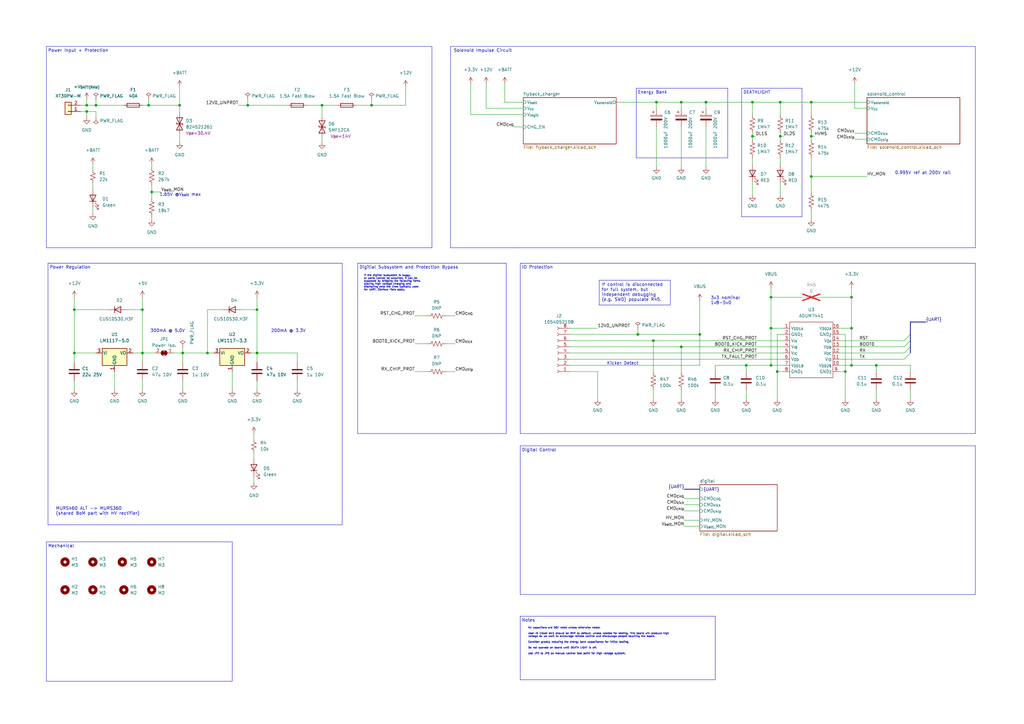
<source format=kicad_sch>
(kicad_sch (version 20230121) (generator eeschema)
  (paper "A3")
  (title_block (title "Kicker Board") (date "2023-02-03") (rev "v1.0.0") (company "A-Team") (comment 1 "Author: W. Stuckey"))
  (lib_symbols
    (symbol "AT-IC:ADUM7441"
      (property "Reference" "U" (at -7.62 -12.7 0))
      (property "Value" "ADUM7441" (at -2.54 12.7 0))
      (symbol "ADUM7441_1_1"
        (pin power_in line (at -11.43 8.89 0) (length 2.54) (name "V_{DD1A}") (number "1"))
        (pin power_in line (at 11.43 -6.35 180) (length 2.54) (name "V_{DD2B}") (number "10"))
        (pin input line (at 11.43 -3.81 180) (length 2.54) (name "V_{ID}") (number "11"))
        (pin output line (at 11.43 -1.27 180) (length 2.54) (name "V_{OC}") (number "12"))
        (pin output line (at 11.43 1.27 180) (length 2.54) (name "V_{OB}") (number "13"))
        (pin output line (at 11.43 3.81 180) (length 2.54) (name "V_{OA}") (number "14"))
        (pin power_in line (at 11.43 6.35 180) (length 2.54) (name "GND_{2}") (number "15"))
        (pin power_in line (at 11.43 8.89 180) (length 2.54) (name "V_{DD2A}") (number "16"))
        (pin power_in line (at -11.43 6.35 0) (length 2.54) (name "GND_{1}") (number "2"))
        (pin input line (at -11.43 3.81 0) (length 2.54) (name "V_{IA}") (number "3"))
        (pin input line (at -11.43 1.27 0) (length 2.54) (name "V_{IB}") (number "4"))
        (pin input line (at -11.43 -1.27 0) (length 2.54) (name "V_{IC}") (number "5"))
        (pin output line (at -11.43 -3.81 0) (length 2.54) (name "V_{OD}") (number "6"))
        (pin power_in line (at -11.43 -6.35 0) (length 2.54) (name "V_{DD1B}") (number "7"))
        (pin power_in line (at -11.43 -8.89 0) (length 2.54) (name "GND_{1}") (number "8"))
        (pin power_in line (at 11.43 -8.89 180) (length 2.54) (name "GND_{2}") (number "9"))
      )
    )
    (symbol "AT-Supplies:+V_{BATT(RAW)}" (power) (pin_names (offset 0)) (in_bom no) (on_board no)
      (property "Value" "+V_{BATT(RAW)}" (at 0 5.08 0))
      (symbol "+V_{BATT(RAW)}_1_1"
        (pin power_in line (at 0 0 90) (length 0) hide (name "+V_{BATT(RAW)}") (number "1"))
      )
    )
    (symbol "Connector:Conn_01x08_Female" (pin_names (offset 1.016) hide)
      (property "Reference" "J" (at 0 10.16 0))
      (property "Value" "Conn_01x08_Female" (at 0 -12.7 0))
      (symbol "Conn_01x08_Female_1_1"
        (pin passive line (at -5.08 7.62 0) (length 3.81) (name "Pin_1") (number "1"))
        (pin passive line (at -5.08 5.08 0) (length 3.81) (name "Pin_2") (number "2"))
        (pin passive line (at -5.08 2.54 0) (length 3.81) (name "Pin_3") (number "3"))
        (pin passive line (at -5.08 0 0) (length 3.81) (name "Pin_4") (number "4"))
        (pin passive line (at -5.08 -2.54 0) (length 3.81) (name "Pin_5") (number "5"))
        (pin passive line (at -5.08 -5.08 0) (length 3.81) (name "Pin_6") (number "6"))
        (pin passive line (at -5.08 -7.62 0) (length 3.81) (name "Pin_7") (number "7"))
        (pin passive line (at -5.08 -10.16 0) (length 3.81) (name "Pin_8") (number "8"))
      )
    )
    (symbol "Connector_Generic:Conn_01x02" (pin_names (offset 1.016) hide)
      (property "Reference" "J" (at 0 2.54 0))
      (property "Value" "Conn_01x02" (at 0 -5.08 0))
      (symbol "Conn_01x02_1_1"
        (pin passive line (at -5.08 0 0) (length 3.81) (name "Pin_1") (number "1"))
        (pin passive line (at -5.08 -2.54 0) (length 3.81) (name "Pin_2") (number "2"))
      )
    )
    (symbol "Device:C" (pin_numbers hide) (pin_names (offset 0.254))
      (property "Reference" "C" (at 0.635 2.54 0))
      (property "Value" "C" (at 0.635 -2.54 0))
      (symbol "C_1_1"
        (pin passive line (at 0 3.81 270) (length 2.794) (name "~") (number "1"))
        (pin passive line (at 0 -3.81 90) (length 2.794) (name "~") (number "2"))
      )
    )
    (symbol "Device:C_Polarized" (pin_numbers hide) (pin_names (offset 0.254))
      (property "Reference" "C" (at 0.635 2.54 0))
      (property "Value" "C_Polarized" (at 0.635 -2.54 0))
      (symbol "C_Polarized_1_1"
        (pin passive line (at 0 3.81 270) (length 2.794) (name "~") (number "1"))
        (pin passive line (at 0 -3.81 90) (length 2.794) (name "~") (number "2"))
      )
    )
    (symbol "Device:D" (pin_numbers hide) (pin_names (offset 1.016) hide)
      (property "Reference" "D" (at 0 2.54 0))
      (property "Value" "D" (at 0 -2.54 0))
      (symbol "D_1_1"
        (pin passive line (at -3.81 0 0) (length 2.54) (name "K") (number "1"))
        (pin passive line (at 3.81 0 180) (length 2.54) (name "A") (number "2"))
      )
    )
    (symbol "Device:D_TVS" (pin_numbers hide) (pin_names (offset 1.016) hide)
      (property "Reference" "D" (at 0 2.54 0))
      (property "Value" "D_TVS" (at 0 -2.54 0))
      (symbol "D_TVS_1_1"
        (pin passive line (at -3.81 0 0) (length 2.54) (name "A1") (number "1"))
        (pin passive line (at 3.81 0 180) (length 2.54) (name "A2") (number "2"))
      )
    )
    (symbol "Device:Fuse" (pin_numbers hide) (pin_names (offset 0))
      (property "Reference" "F" (at 2.032 0 90))
      (property "Value" "Fuse" (at -1.905 0 90))
      (symbol "Fuse_1_1"
        (pin passive line (at 0 3.81 270) (length 1.27) (name "~") (number "1"))
        (pin passive line (at 0 -3.81 90) (length 1.27) (name "~") (number "2"))
      )
    )
    (symbol "Device:LED" (pin_numbers hide) (pin_names (offset 1.016) hide)
      (property "Reference" "D" (at 0 2.54 0))
      (property "Value" "LED" (at 0 -2.54 0))
      (symbol "LED_1_1"
        (pin passive line (at -3.81 0 0) (length 2.54) (name "K") (number "1"))
        (pin passive line (at 3.81 0 180) (length 2.54) (name "A") (number "2"))
      )
    )
    (symbol "Device:R_Small_US" (pin_numbers hide) (pin_names (offset 0.254) hide)
      (property "Reference" "R" (at 0.762 0.508 0))
      (property "Value" "R_Small_US" (at 0.762 -1.016 0))
      (symbol "R_Small_US_1_1"
        (pin passive line (at 0 2.54 270) (length 1.016) (name "~") (number "1"))
        (pin passive line (at 0 -2.54 90) (length 1.016) (name "~") (number "2"))
      )
    )
    (symbol "Device:R_US" (pin_numbers hide) (pin_names (offset 0))
      (property "Reference" "R" (at 2.54 0 90))
      (property "Value" "R_US" (at -2.54 0 90))
      (symbol "R_US_1_1"
        (pin passive line (at 0 3.81 270) (length 1.27) (name "~") (number "1"))
        (pin passive line (at 0 -3.81 90) (length 1.27) (name "~") (number "2"))
      )
    )
    (symbol "Jumper:SolderJumper_2_Bridged" (pin_names (offset 0) hide)
      (property "Reference" "JP" (at 0 2.032 0))
      (property "Value" "SolderJumper_2_Bridged" (at 0 -2.54 0))
      (symbol "SolderJumper_2_Bridged_1_1"
        (pin passive line (at -3.81 0 0) (length 2.54) (name "A") (number "1"))
        (pin passive line (at 3.81 0 180) (length 2.54) (name "B") (number "2"))
      )
    )
    (symbol "Mechanical:MountingHole" (pin_names (offset 1.016))
      (property "Reference" "H" (at 0 5.08 0))
      (property "Value" "MountingHole" (at 0 3.175 0))
    )
    (symbol "Regulator_Linear:LM1117-3.3" (pin_names (offset 0.254))
      (property "Reference" "U" (at -3.81 3.175 0))
      (property "Value" "LM1117-3.3" (at 0 3.175 0))
      (symbol "LM1117-3.3_1_1"
        (pin power_in line (at 0 -7.62 90) (length 2.54) (name "GND") (number "1"))
        (pin power_out line (at 7.62 0 180) (length 2.54) (name "VO") (number "2"))
        (pin power_in line (at -7.62 0 0) (length 2.54) (name "VI") (number "3"))
      )
    )
    (symbol "Regulator_Linear:LM1117-5.0" (pin_names (offset 0.254))
      (property "Reference" "U" (at -3.81 3.175 0))
      (property "Value" "LM1117-5.0" (at 0 3.175 0))
      (symbol "LM1117-5.0_1_1"
        (pin power_in line (at 0 -7.62 90) (length 2.54) (name "GND") (number "1"))
        (pin power_out line (at 7.62 0 180) (length 2.54) (name "VO") (number "2"))
        (pin power_in line (at -7.62 0 0) (length 2.54) (name "VI") (number "3"))
      )
    )
    (symbol "power:+12V" (power) (pin_names (offset 0))
      (property "Value" "+12V" (at 0 3.556 0))
      (symbol "+12V_1_1"
        (pin power_in line (at 0 0 90) (length 0) hide (name "+12V") (number "1"))
      )
    )
    (symbol "power:+3.3V" (power) (pin_names (offset 0))
      (property "Value" "+3.3V" (at 0 3.556 0))
      (symbol "+3.3V_1_1"
        (pin power_in line (at 0 0 90) (length 0) hide (name "+3.3V") (number "1"))
      )
    )
    (symbol "power:+5V" (power) (pin_names (offset 0))
      (property "Value" "+5V" (at 0 3.556 0))
      (symbol "+5V_1_1"
        (pin power_in line (at 0 0 90) (length 0) hide (name "+5V") (number "1"))
      )
    )
    (symbol "power:+BATT" (power) (pin_names (offset 0))
      (property "Value" "+BATT" (at 0 3.556 0))
      (symbol "+BATT_1_1"
        (pin power_in line (at 0 0 90) (length 0) hide (name "+BATT") (number "1"))
      )
    )
    (symbol "power:GND" (power) (pin_names (offset 0))
      (property "Value" "GND" (at 0 -3.81 0))
      (symbol "GND_1_1"
        (pin power_in line (at 0 0 270) (length 0) hide (name "GND") (number "1"))
      )
    )
    (symbol "power:PWR_FLAG" (power) (pin_numbers hide) (pin_names (offset 0) hide)
      (property "Value" "PWR_FLAG" (at 0 3.81 0))
      (symbol "PWR_FLAG_0_0"
        (pin power_out line (at 0 0 90) (length 0) (name "pwr") (number "1"))
      )
    )
    (symbol "power:VBUS" (power) (pin_names (offset 0))
      (property "Value" "VBUS" (at 0 3.81 0))
      (symbol "VBUS_1_1"
        (pin power_in line (at 0 0 90) (length 0) hide (name "VBUS") (number "1"))
      )
    )
  )
  (bus_alias "UART" (members "RX" "TX" "RST" "BOOT0"))
  (junction (at 349.25 121.92))
  (junction (at 267.97 139.7))
  (junction (at 85.09 144.78))
  (junction (at 279.4 142.24))
  (junction (at 62.23 78.74))
  (junction (at 279.4 41.91))
  (junction (at 316.23 134.62))
  (junction (at 58.42 127))
  (junction (at 60.96 43.18))
  (junction (at 359.41 149.86))
  (junction (at 39.37 43.18))
  (junction (at 269.24 41.91))
  (junction (at 73.66 43.18))
  (junction (at 261.62 137.16))
  (junction (at 320.04 55.88))
  (junction (at 58.42 144.78))
  (junction (at 349.25 134.62))
  (junction (at 105.41 127))
  (junction (at 346.71 152.4))
  (junction (at 30.48 127))
  (junction (at 105.41 144.78))
  (junction (at 132.08 43.18))
  (junction (at 308.61 41.91))
  (junction (at 287.02 137.16))
  (junction (at 332.74 41.91))
  (junction (at 308.61 55.88))
  (junction (at 35.56 45.72))
  (junction (at 320.04 41.91))
  (junction (at 30.48 144.78))
  (junction (at 289.56 41.91))
  (junction (at 306.07 149.86))
  (junction (at 318.77 152.4))
  (junction (at 332.74 55.88))
  (junction (at 316.23 121.92))
  (junction (at 316.23 149.86))
  (junction (at 35.56 43.18))
  (junction (at 74.93 144.78))
  (junction (at 332.74 72.39))
  (junction (at 152.4 43.18))
  (junction (at 349.25 149.86))
  (junction (at 101.6 43.18))
  (bus_entry (at 370.84 139.7) (size 2.54 -2.54))
  (bus_entry (at 370.84 142.24) (size 2.54 -2.54))
  (bus_entry (at 370.84 147.32) (size 2.54 -2.54))
  (bus_entry (at 370.84 144.78) (size 2.54 -2.54))
  (bus (pts (xy 280.67 200.66) (xy 287.02 200.66)))
  (wire (pts (xy 289.56 41.91) (xy 308.61 41.91)))
  (wire (pts (xy 350.52 57.15) (xy 355.6 57.15)))
  (wire (pts (xy 306.07 149.86) (xy 306.07 152.4)))
  (wire (pts (xy 30.48 144.78) (xy 30.48 148.59)))
  (wire (pts (xy 332.74 41.91) (xy 355.6 41.91)))
  (wire (pts (xy 279.4 160.02) (xy 279.4 163.83)))
  (wire (pts (xy 279.4 41.91) (xy 289.56 41.91)))
  (wire (pts (xy 245.11 152.4) (xy 245.11 163.83)))
  (polyline (pts (xy 146.685 107.95) (xy 207.645 107.95)))
  (wire (pts (xy 85.09 144.78) (xy 87.63 144.78)))
  (wire (pts (xy 121.92 144.78) (xy 121.92 148.59)))
  (wire (pts (xy 73.66 35.56) (xy 73.66 43.18)))
  (wire (pts (xy 306.07 149.86) (xy 293.37 149.86)))
  (wire (pts (xy 308.61 41.91) (xy 320.04 41.91)))
  (polyline (pts (xy 146.685 107.95) (xy 146.685 177.8)))
  (wire (pts (xy 182.88 129.54) (xy 186.69 129.54)))
  (wire (pts (xy 102.87 144.78) (xy 105.41 144.78)))
  (wire (pts (xy 287.02 149.86) (xy 287.02 137.16)))
  (wire (pts (xy 320.04 54.61) (xy 320.04 55.88)))
  (wire (pts (xy 279.4 41.91) (xy 279.4 44.45)))
  (polyline (pts (xy 298.45 64.77) (xy 298.45 36.195)))
  (wire (pts (xy 132.08 43.18) (xy 132.08 48.26)))
  (wire (pts (xy 293.37 149.86) (xy 293.37 152.4)))
  (bus (pts (xy 373.38 137.16) (xy 373.38 139.7)))
  (polyline (pts (xy 19.685 107.95) (xy 19.685 215.265)))
  (wire (pts (xy 30.48 127) (xy 30.48 144.78)))
  (wire (pts (xy 104.14 177.8) (xy 104.14 180.34)))
  (wire (pts (xy 252.73 41.91) (xy 269.24 41.91)))
  (wire (pts (xy 105.41 144.78) (xy 121.92 144.78)))
  (wire (pts (xy 316.23 118.11) (xy 316.23 121.92)))
  (wire (pts (xy 233.68 144.78) (xy 321.31 144.78)))
  (wire (pts (xy 104.14 185.42) (xy 104.14 187.96)))
  (polyline (pts (xy 95.25 279.4) (xy 19.05 279.4)))
  (wire (pts (xy 320.04 55.88) (xy 321.31 55.88)))
  (wire (pts (xy 359.41 149.86) (xy 373.38 149.86)))
  (wire (pts (xy 58.42 127) (xy 58.42 144.78)))
  (wire (pts (xy 316.23 121.92) (xy 316.23 134.62)))
  (polyline (pts (xy 213.36 252.73) (xy 293.37 252.73)))
  (wire (pts (xy 346.71 152.4) (xy 346.71 163.83)))
  (wire (pts (xy 316.23 149.86) (xy 321.31 149.86)))
  (wire (pts (xy 95.25 152.4) (xy 95.25 160.02)))
  (wire (pts (xy 233.68 139.7) (xy 267.97 139.7)))
  (wire (pts (xy 349.25 118.11) (xy 349.25 121.92)))
  (wire (pts (xy 344.17 147.32) (xy 370.84 147.32)))
  (wire (pts (xy 30.48 121.92) (xy 30.48 127)))
  (wire (pts (xy 35.56 43.18) (xy 39.37 43.18)))
  (wire (pts (xy 121.92 156.21) (xy 121.92 160.02)))
  (wire (pts (xy 318.77 137.16) (xy 318.77 152.4)))
  (wire (pts (xy 73.66 43.18) (xy 73.66 46.99)))
  (polyline (pts (xy 19.05 19.05) (xy 19.05 101.6)))
  (wire (pts (xy 85.09 127) (xy 85.09 144.78)))
  (wire (pts (xy 280.67 215.9) (xy 287.02 215.9)))
  (wire (pts (xy 58.42 144.78) (xy 63.5 144.78)))
  (wire (pts (xy 74.93 144.78) (xy 74.93 148.59)))
  (wire (pts (xy 316.23 134.62) (xy 316.23 149.86)))
  (wire (pts (xy 267.97 139.7) (xy 321.31 139.7)))
  (wire (pts (xy 193.04 46.99) (xy 214.63 46.99)))
  (polyline (pts (xy 293.37 278.765) (xy 213.36 278.765)))
  (polyline (pts (xy 328.93 88.9) (xy 304.165 88.9)))
  (wire (pts (xy 105.41 144.78) (xy 105.41 148.59)))
  (wire (pts (xy 321.31 137.16) (xy 318.77 137.16)))
  (polyline (pts (xy 400.05 19.05) (xy 400.05 101.6)))
  (wire (pts (xy 320.04 74.93) (xy 320.04 80.01)))
  (wire (pts (xy 50.8 43.18) (xy 39.37 43.18)))
  (wire (pts (xy 105.41 121.92) (xy 105.41 127)))
  (polyline (pts (xy 400.05 101.6) (xy 213.36 101.6)))
  (wire (pts (xy 170.18 152.4) (xy 175.26 152.4)))
  (wire (pts (xy 279.4 142.24) (xy 279.4 152.4)))
  (wire (pts (xy 62.23 88.9) (xy 62.23 90.17)))
  (wire (pts (xy 58.42 144.78) (xy 58.42 148.59)))
  (wire (pts (xy 308.61 54.61) (xy 308.61 55.88)))
  (polyline (pts (xy 207.645 177.8) (xy 146.685 177.8)))
  (wire (pts (xy 74.93 142.24) (xy 74.93 144.78)))
  (wire (pts (xy 349.25 149.86) (xy 344.17 149.86)))
  (wire (pts (xy 349.25 121.92) (xy 349.25 134.62)))
  (wire (pts (xy 33.02 45.72) (xy 35.56 45.72)))
  (polyline (pts (xy 400.05 107.95) (xy 400.05 177.8)))
  (polyline (pts (xy 400.05 243.84) (xy 213.36 243.84)))
  (bus (pts (xy 379.73 132.08) (xy 373.38 132.08)))
  (wire (pts (xy 58.42 43.18) (xy 60.96 43.18)))
  (wire (pts (xy 52.07 127) (xy 58.42 127)))
  (wire (pts (xy 289.56 41.91) (xy 289.56 44.45)))
  (wire (pts (xy 267.97 139.7) (xy 267.97 152.4)))
  (bus (pts (xy 373.38 142.24) (xy 373.38 144.78)))
  (polyline (pts (xy 95.25 222.25) (xy 95.25 279.4)))
  (wire (pts (xy 210.82 52.07) (xy 214.63 52.07)))
  (wire (pts (xy 349.25 134.62) (xy 349.25 149.86)))
  (wire (pts (xy 99.06 127) (xy 105.41 127)))
  (wire (pts (xy 166.37 43.18) (xy 166.37 35.56)))
  (wire (pts (xy 39.37 40.64) (xy 39.37 43.18)))
  (wire (pts (xy 38.1 67.31) (xy 38.1 69.85)))
  (wire (pts (xy 74.93 144.78) (xy 85.09 144.78)))
  (wire (pts (xy 320.04 41.91) (xy 332.74 41.91)))
  (wire (pts (xy 332.74 72.39) (xy 332.74 78.74)))
  (wire (pts (xy 207.01 41.91) (xy 214.63 41.91)))
  (wire (pts (xy 293.37 160.02) (xy 293.37 163.83)))
  (wire (pts (xy 306.07 160.02) (xy 306.07 163.83)))
  (wire (pts (xy 152.4 43.18) (xy 166.37 43.18)))
  (wire (pts (xy 62.23 68.58) (xy 62.23 67.31)))
  (polyline (pts (xy 213.36 107.95) (xy 400.05 107.95)))
  (wire (pts (xy 261.62 137.16) (xy 287.02 137.16)))
  (wire (pts (xy 62.23 78.74) (xy 66.04 78.74)))
  (wire (pts (xy 233.68 149.86) (xy 287.02 149.86)))
  (polyline (pts (xy 293.37 252.73) (xy 293.37 278.765)))
  (polyline (pts (xy 177.165 19.05) (xy 19.05 19.05)))
  (polyline (pts (xy 400.05 177.8) (xy 213.36 177.8)))
  (wire (pts (xy 60.96 40.64) (xy 60.96 43.18)))
  (bus (pts (xy 373.38 132.08) (xy 373.38 137.16)))
  (wire (pts (xy 105.41 127) (xy 105.41 144.78)))
  (wire (pts (xy 30.48 156.21) (xy 30.48 160.02)))
  (wire (pts (xy 279.4 52.07) (xy 279.4 68.58)))
  (polyline (pts (xy 304.165 36.195) (xy 328.93 36.195)))
  (wire (pts (xy 373.38 149.86) (xy 373.38 152.4)))
  (wire (pts (xy 132.08 43.18) (xy 138.43 43.18)))
  (wire (pts (xy 71.12 144.78) (xy 74.93 144.78)))
  (wire (pts (xy 146.05 43.18) (xy 152.4 43.18)))
  (wire (pts (xy 332.74 72.39) (xy 355.6 72.39)))
  (polyline (pts (xy 212.725 101.6) (xy 184.785 101.6)))
  (wire (pts (xy 321.31 152.4) (xy 318.77 152.4)))
  (polyline (pts (xy 19.685 107.95) (xy 140.335 107.95)))
  (wire (pts (xy 332.74 64.77) (xy 332.74 72.39)))
  (wire (pts (xy 62.23 78.74) (xy 62.23 81.28)))
  (wire (pts (xy 359.41 149.86) (xy 359.41 152.4)))
  (wire (pts (xy 332.74 55.88) (xy 334.01 55.88)))
  (wire (pts (xy 170.18 140.97) (xy 175.26 140.97)))
  (wire (pts (xy 91.44 127) (xy 85.09 127)))
  (wire (pts (xy 182.88 140.97) (xy 186.69 140.97)))
  (wire (pts (xy 289.56 52.07) (xy 289.56 68.58)))
  (polyline (pts (xy 260.985 64.77) (xy 298.45 64.77)))
  (polyline (pts (xy 19.05 222.25) (xy 19.05 279.4)))
  (polyline (pts (xy 140.335 215.265) (xy 19.685 215.265)))
  (wire (pts (xy 308.61 64.77) (xy 308.61 67.31)))
  (polyline (pts (xy 213.36 101.6) (xy 212.725 101.6)))
  (wire (pts (xy 359.41 149.86) (xy 349.25 149.86)))
  (bus (pts (xy 373.38 139.7) (xy 373.38 142.24)))
  (wire (pts (xy 125.73 43.18) (xy 132.08 43.18)))
  (wire (pts (xy 373.38 160.02) (xy 373.38 163.83)))
  (wire (pts (xy 46.99 152.4) (xy 46.99 160.02)))
  (wire (pts (xy 280.67 209.55) (xy 287.02 209.55)))
  (polyline (pts (xy 19.05 222.25) (xy 95.25 222.25)))
  (wire (pts (xy 101.6 40.64) (xy 101.6 43.18)))
  (wire (pts (xy 182.88 152.4) (xy 186.69 152.4)))
  (wire (pts (xy 280.67 213.36) (xy 287.02 213.36)))
  (wire (pts (xy 308.61 55.88) (xy 308.61 57.15)))
  (polyline (pts (xy 184.785 19.05) (xy 400.05 19.05)))
  (wire (pts (xy 316.23 134.62) (xy 321.31 134.62)))
  (wire (pts (xy 74.93 156.21) (xy 74.93 160.02)))
  (wire (pts (xy 73.66 54.61) (xy 73.66 58.42)))
  (polyline (pts (xy 304.165 36.195) (xy 304.165 88.9)))
  (polyline (pts (xy 213.36 182.88) (xy 400.05 182.88)))
  (wire (pts (xy 30.48 144.78) (xy 39.37 144.78)))
  (wire (pts (xy 199.39 44.45) (xy 214.63 44.45)))
  (polyline (pts (xy 213.36 252.73) (xy 213.36 278.765)))
  (wire (pts (xy 233.68 137.16) (xy 261.62 137.16)))
  (wire (pts (xy 104.14 195.58) (xy 104.14 198.12)))
  (wire (pts (xy 332.74 86.36) (xy 332.74 90.17)))
  (wire (pts (xy 350.52 34.29) (xy 350.52 44.45)))
  (wire (pts (xy 233.68 147.32) (xy 321.31 147.32)))
  (wire (pts (xy 269.24 41.91) (xy 269.24 44.45)))
  (wire (pts (xy 152.4 40.64) (xy 152.4 43.18)))
  (wire (pts (xy 344.17 144.78) (xy 370.84 144.78)))
  (wire (pts (xy 287.02 137.16) (xy 287.02 123.19)))
  (wire (pts (xy 269.24 52.07) (xy 269.24 68.58)))
  (wire (pts (xy 318.77 152.4) (xy 318.77 163.83)))
  (wire (pts (xy 35.56 45.72) (xy 35.56 48.26)))
  (polyline (pts (xy 260.985 36.195) (xy 260.985 64.77)))
  (wire (pts (xy 38.1 85.09) (xy 38.1 87.63)))
  (polyline (pts (xy 400.05 182.88) (xy 400.05 243.84)))
  (wire (pts (xy 193.04 34.29) (xy 193.04 46.99)))
  (wire (pts (xy 58.42 121.92) (xy 58.42 127)))
  (wire (pts (xy 344.17 139.7) (xy 370.84 139.7)))
  (wire (pts (xy 207.01 34.29) (xy 207.01 41.91)))
  (wire (pts (xy 308.61 55.88) (xy 309.88 55.88)))
  (wire (pts (xy 308.61 46.99) (xy 308.61 41.91)))
  (wire (pts (xy 54.61 144.78) (xy 58.42 144.78)))
  (wire (pts (xy 35.56 45.72) (xy 39.37 45.72)))
  (wire (pts (xy 332.74 55.88) (xy 332.74 57.15)))
  (wire (pts (xy 60.96 43.18) (xy 73.66 43.18)))
  (wire (pts (xy 344.17 137.16) (xy 346.71 137.16)))
  (polyline (pts (xy 140.335 107.95) (xy 140.335 215.265)))
  (wire (pts (xy 267.97 160.02) (xy 267.97 163.83)))
  (polyline (pts (xy 328.93 36.195) (xy 328.93 88.9)))
  (wire (pts (xy 350.52 44.45) (xy 355.6 44.45)))
  (polyline (pts (xy 184.785 101.6) (xy 184.785 19.05)))
  (wire (pts (xy 105.41 156.21) (xy 105.41 160.02)))
  (wire (pts (xy 97.79 43.18) (xy 101.6 43.18)))
  (polyline (pts (xy 260.985 36.195) (xy 298.45 36.195)))
  (wire (pts (xy 280.67 207.01) (xy 287.02 207.01)))
  (wire (pts (xy 306.07 149.86) (xy 316.23 149.86)))
  (wire (pts (xy 269.24 41.91) (xy 279.4 41.91)))
  (polyline (pts (xy 213.36 182.88) (xy 213.36 243.84)))
  (wire (pts (xy 350.52 54.61) (xy 355.6 54.61)))
  (wire (pts (xy 336.55 121.92) (xy 349.25 121.92)))
  (wire (pts (xy 344.17 142.24) (xy 370.84 142.24)))
  (wire (pts (xy 346.71 137.16) (xy 346.71 152.4)))
  (wire (pts (xy 349.25 134.62) (xy 344.17 134.62)))
  (wire (pts (xy 328.93 121.92) (xy 316.23 121.92)))
  (wire (pts (xy 58.42 156.21) (xy 58.42 160.02)))
  (wire (pts (xy 38.1 74.93) (xy 38.1 77.47)))
  (wire (pts (xy 280.67 204.47) (xy 287.02 204.47)))
  (wire (pts (xy 279.4 142.24) (xy 321.31 142.24)))
  (wire (pts (xy 233.68 142.24) (xy 279.4 142.24)))
  (wire (pts (xy 320.04 46.99) (xy 320.04 41.91)))
  (wire (pts (xy 320.04 55.88) (xy 320.04 57.15)))
  (polyline (pts (xy 207.645 107.95) (xy 207.645 177.8)))
  (wire (pts (xy 132.08 55.88) (xy 132.08 58.42)))
  (wire (pts (xy 332.74 46.99) (xy 332.74 41.91)))
  (wire (pts (xy 35.56 40.64) (xy 35.56 43.18)))
  (wire (pts (xy 233.68 152.4) (xy 245.11 152.4)))
  (wire (pts (xy 101.6 43.18) (xy 118.11 43.18)))
  (wire (pts (xy 332.74 54.61) (xy 332.74 55.88)))
  (wire (pts (xy 30.48 127) (xy 44.45 127)))
  (wire (pts (xy 261.62 134.62) (xy 261.62 137.16)))
  (wire (pts (xy 359.41 160.02) (xy 359.41 163.83)))
  (wire (pts (xy 33.02 43.18) (xy 35.56 43.18)))
  (wire (pts (xy 39.37 45.72) (xy 39.37 48.26)))
  (wire (pts (xy 320.04 64.77) (xy 320.04 67.31)))
  (polyline (pts (xy 19.05 101.6) (xy 177.165 101.6)))
  (wire (pts (xy 308.61 74.93) (xy 308.61 80.01)))
  (wire (pts (xy 344.17 152.4) (xy 346.71 152.4)))
  (wire (pts (xy 199.39 34.29) (xy 199.39 44.45)))
  (wire (pts (xy 233.68 134.62) (xy 245.11 134.62)))
  (polyline (pts (xy 177.165 19.05) (xy 177.165 101.6)))
  (polyline (pts (xy 213.36 107.95) (xy 213.36 177.8)))
  (wire (pts (xy 62.23 76.2) (xy 62.23 78.74)))
  (wire (pts (xy 170.18 129.54) (xy 175.26 129.54)))
  (text_box "If control is disconnected for full system, but independent debugging (e.g. SWD) populate R45." (at 245.745 114.935 0) (size 29.21 10.16) (effects (font (size 1.27 1.27)) (justify left top)))
  (text "Solenoid Impulse Circuit" (at 186.055 21.59 0) (effects (font (size 1.27 1.27)) (justify left bottom)))
  (text "If the digitial subsystem is buggy, \nor parts cannot be acquired, it can be\nbypassed by bridging the following items\nplacing high voltage charging and \ndischaring onto the lines typically used\nfor UART. Obvious risks apply." (at 149.225 119.38 0) (effects (font (size 0.73 0.73)) (justify left bottom)))
  (text "All capacitors are 50V rated unless otherwise noted.\n\nUser IO (reset btn) should be DNP by default, unless needed for testing. This board will produce high\nvoltage so we want to encourage remote control and discourage people touching the board.\n\nConsider greatly reducing the energy bank capacitance for initial testing.\n\nDo not operate on board until DEATH LIGHT is off.\n\nUse JP2 to JP5 as manual control test point for high voltage sytstem." (at 216.535 268.605 0) (effects (font (size 0.73 0.73)) (justify left bottom)))
  (text "Notes" (at 213.995 255.27 0) (effects (font (size 1.27 1.27)) (justify left bottom)))
  (text "Energy Bank" (at 261.62 38.735 0) (effects (font (size 1.27 1.27)) (justify left bottom)))
  (text "Power Input + Protection" (at 19.685 21.59 0) (effects (font (size 1.27 1.27)) (justify left bottom)))
  (text "Power Regulation" (at 20.32 110.49 0) (effects (font (size 1.27 1.27)) (justify left bottom)))
  (text "MURS460 ALT -> MURS360\n(shared BoM part with HV rectifier)" (at 22.86 211.455 0) (effects (font (size 1.27 1.27)) (justify left bottom)))
  (text "200mA @ 3.3V" (at 111.125 136.525 0) (effects (font (size 1.27 1.27)) (justify left bottom)))
  (text "DEATHLIGHT" (at 304.8 38.735 0) (effects (font (size 1.27 1.27)) (justify left bottom)))
  (text "Mechanical" (at 19.685 224.79 0) (effects (font (size 1.27 1.27)) (justify left bottom)))
  (text "Kicker Detect" (at 248.92 149.86 0) (effects (font (size 1.27 1.27)) (justify left bottom)))
  (text "1.65V @V_{batt} max" (at 65.405 80.645 0) (effects (font (size 1.27 1.27)) (justify left bottom)))
  (text "0.995V ref at 200V rail" (at 367.03 71.755 0) (effects (font (size 1.27 1.27)) (justify left bottom)))
  (text "300mA @ 5.0V" (at 61.595 136.525 0) (effects (font (size 1.27 1.27)) (justify left bottom)))
  (text "Digital Control" (at 213.995 185.42 0) (effects (font (size 1.27 1.27)) (justify left bottom)))
  (text "IO Protection" (at 213.995 110.49 0) (effects (font (size 1.27 1.27)) (justify left bottom)))
  (text "3v3 nominal\n1v8-5v0" (at 291.465 125.095 0) (effects (font (size 1.27 1.27)) (justify left bottom)))
  (text "Digitial Subsystem and Protection Bypass" (at 147.32 110.49 0) (effects (font (size 1.27 1.27)) (justify left bottom)))
  (label "RST" (at 352.425 139.7 0))
  (label "V_{batt}_MON" (at 66.04 78.74 0))
  (label "RX" (at 352.425 144.78 0))
  (label "12V0_UNPROT" (at 245.11 134.62 0))
  (label "RST_CHG_PROT" (at 170.18 129.54 180))
  (label "{UART}" (at 379.73 132.08 0))
  (label "RX_CHIP_PROT" (at 310.515 144.78 180))
  (label "CMD_{CHG}" (at 210.82 52.07 180))
  (label "CMD_{kick}" (at 186.69 140.97 0))
  (label "V_{batt}_MON" (at 280.67 215.9 180))
  (label "CMD_{chip}" (at 186.69 152.4 0))
  (label "HVMS" (at 334.01 55.88 0))
  (label "12V0_UNPROT" (at 97.79 43.18 180))
  (label "CMD_{CHG}" (at 186.69 129.54 0))
  (label "CMD_{chip}" (at 280.67 209.55 180))
  (label "CMD_{chip}" (at 350.52 57.15 180))
  (label "CMD_{CHG}" (at 280.67 204.47 180))
  (label "CMD_{kick}" (at 280.67 207.01 180))
  (label "BOOT0" (at 352.425 142.24 0))
  (label "CMD_{kick}" (at 350.52 54.61 180))
  (label "HV_MON" (at 280.67 213.36 180))
  (label "RX_CHIP_PROT" (at 170.18 152.4 180))
  (label "BOOT0_KICK_PROT" (at 310.515 142.24 180))
  (label "BOOT0_KICK_PROT" (at 170.18 140.97 180))
  (label "TX_FAULT_PROT" (at 310.515 147.32 180))
  (label "RST_CHG_PROT" (at 310.515 139.7 180))
  (label "DL2S" (at 321.31 55.88 0))
  (label "DL1S" (at 309.88 55.88 0))
  (label "TX" (at 352.425 147.32 0))
  (label "{UART}" (at 280.67 200.66 180))
  (label "HV_MON" (at 355.6 72.39 0))
  (symbol (lib_id "Regulator_Linear:LM1117-5.0") (at 46.99 144.78 0) (unit 1)
    (property "Reference" "U1" (at 46.99 137.16 0))
    (property "Value" "LM1117-5.0" (at 46.99 139.7 0))
    (property "Footprint" "Package_TO_SOT_SMD:TO-252-2" (effects hide))
    (property "Datasheet" "http://www.ti.com/lit/ds/symlink/lm1117.pdf" (effects hide))
  )
  (symbol (lib_id "Device:C_Polarized") (at 289.56 48.26 0) (unit 1)
    (property "Reference" "C9" (at 292.735 46.1009 0) (effects (justify left)))
    (property "Value" "1000uF 200V" (at 293.37 60.96 90) (effects (justify left)))
    (property "Footprint" "AT-Capacitors:ESMQ201VSN102MQ35S" (effects hide))
  )
  (symbol (lib_id "Device:D_TVS") (at 73.66 50.8 90) (unit 1)
    (property "Reference" "D3" (at 76.2 49.5299 90) (effects (justify right)))
    (property "Value" "824521261" (at 76.2 52.07 90) (effects (justify right)))
    (property "Footprint" "AT-Discrete:D_SMB_Non-Polar" (effects hide))
    (property "V_{BR}" "V_{BR}=30.4V" (at 81.28 54.61 90))
  )
  (symbol (lib_id "power:+5V") (at 58.42 121.92 0) (unit 1)
    (property "Reference" "#PWR08" (effects hide))
    (property "Value" "+5V" (at 58.42 116.205 0))
  )
  (symbol (lib_id "Device:R_US") (at 179.07 140.97 90) (unit 1)
    (property "Reference" "R6" (at 179.07 135.255 90))
    (property "Value" "DNP" (at 179.07 137.795 90))
    (property "Footprint" "Resistor_SMD:R_0603_1608Metric" (effects hide))
  )
  (symbol (lib_id "Device:D_TVS") (at 132.08 52.07 90) (unit 1)
    (property "Reference" "D6" (at 134.62 50.8 90) (effects (justify right)))
    (property "Value" "SMF12CA" (at 134.62 53.34 90) (effects (justify right)))
    (property "Footprint" "Diode_SMD:D_SOD-123F" (effects hide))
    (property "V_{BR}" "V_{BR}=14V" (at 139.7 55.88 90))
    (property "LCSC" "C353317" (effects hide))
  )
  (symbol (lib_id "power:GND") (at 38.1 87.63 0) (unit 1)
    (property "Reference" "#PWR06" (effects hide))
    (property "Value" "GND" (at 38.1 92.71 0))
  )
  (symbol (lib_id "power:GND") (at 279.4 68.58 0) (unit 1)
    (property "Reference" "#PWR029" (effects hide))
    (property "Value" "GND" (at 279.4 73.025 0))
  )
  (symbol (lib_id "Device:C") (at 306.07 156.21 0) (unit 1)
    (property "Reference" "C10" (at 309.88 154.9399 0) (effects (justify left)))
    (property "Value" "0.1u" (at 309.88 157.4799 0) (effects (justify left)))
    (property "Footprint" "Capacitor_SMD:C_0603_1608Metric" (effects hide))
    (property "LCSC" "C14663" (effects hide))
  )
  (symbol (lib_id "Device:R_US") (at 320.04 50.8 0) (unit 1)
    (property "Reference" "R11" (at 321.945 49.5299 0) (effects (justify left)))
    (property "Value" "1M47" (at 321.945 52.0699 0) (effects (justify left)))
    (property "Footprint" "Resistor_SMD:R_0603_1608Metric" (effects hide))
    (property "LCSC" "C166897" (effects hide))
  )
  (symbol (lib_id "Jumper:SolderJumper_2_Bridged") (at 67.31 144.78 180) (unit 1)
    (property "Reference" "JP1" (at 67.31 139.065 0))
    (property "Value" "Power Iso." (at 67.31 141.605 0))
    (property "Footprint" "AT-BoardFeatures:SolderJumper-2_2.0x1.2mm_Closed" (effects hide))
  )
  (symbol (lib_id "power:GND") (at 332.74 90.17 0) (unit 1)
    (property "Reference" "#PWR037" (effects hide))
    (property "Value" "GND" (at 332.74 94.615 0))
  )
  (symbol (lib_id "power:+3.3V") (at 193.04 34.29 0) (unit 1)
    (property "Reference" "#PWR023" (effects hide))
    (property "Value" "+3.3V" (at 193.04 28.575 0))
  )
  (symbol (lib_id "Device:Fuse") (at 121.92 43.18 90) (unit 1)
    (property "Reference" "F2" (at 121.92 36.83 90))
    (property "Value" "1.5A Fast Blow" (at 121.92 39.37 90))
    (property "Footprint" "Fuse:Fuse_0603_1608Metric" (effects hide))
  )
  (symbol (lib_id "power:+3.3V") (at 104.14 177.8 0) (unit 1)
    (property "Reference" "#PWR018" (effects hide))
    (property "Value" "+3.3V" (at 104.14 172.085 0))
  )
  (symbol (lib_id "Device:R_US") (at 320.04 60.96 0) (unit 1)
    (property "Reference" "R12" (at 321.945 59.6899 0) (effects (justify left)))
    (property "Value" "1M47" (at 321.945 62.2299 0) (effects (justify left)))
    (property "Footprint" "Resistor_SMD:R_0603_1608Metric" (effects hide))
    (property "LCSC" "C166897" (effects hide))
  )
  (symbol (lib_id "power:GND") (at 359.41 163.83 0) (mirror y) (unit 1)
    (property "Reference" "#PWR040" (effects hide))
    (property "Value" "GND" (at 359.41 168.275 0))
  )
  (symbol (lib_id "power:GND") (at 121.92 160.02 0) (unit 1)
    (property "Reference" "#PWR020" (effects hide))
    (property "Value" "GND" (at 121.92 164.465 0))
  )
  (symbol (lib_id "Device:C") (at 359.41 156.21 0) (mirror y) (unit 1)
    (property "Reference" "C11" (at 355.6 154.9399 0) (effects (justify left)))
    (property "Value" "0.1u" (at 355.6 157.4799 0) (effects (justify left)))
    (property "Footprint" "Capacitor_SMD:C_0603_1608Metric" (effects hide))
    (property "LCSC" "C14663" (effects hide))
  )
  (symbol (lib_id "power:PWR_FLAG") (at 261.62 134.62 0) (unit 1)
    (property "Reference" "#FLG07" (effects hide))
    (property "Value" "PWR_FLAG" (at 267.97 133.35 0))
  )
  (symbol (lib_id "Connector:Conn_01x08_Female") (at 228.6 144.78 180) (unit 1)
    (property "Reference" "J2" (at 229.235 129.54 0))
    (property "Value" "1054052108" (at 229.235 132.08 0))
    (property "Footprint" "Connector_JST:JST_SH_BM08B-SRSS-TB_1x08-1MP_P1.00mm_Vertical" (effects hide))
    (property "LCSC" "C160394" (effects hide))
  )
  (symbol (lib_id "Device:LED") (at 320.04 71.12 90) (unit 1)
    (property "Reference" "D8" (at 323.215 71.4374 90) (effects (justify right)))
    (property "Value" "RED" (at 323.215 73.9774 90) (effects (justify right)))
    (property "Footprint" "AT-LED:LED0603" (effects hide))
    (property "LCSC" "C264440" (effects hide))
  )
  (symbol (lib_id "power:+BATT") (at 207.01 34.29 0) (unit 1)
    (property "Reference" "#PWR025" (effects hide))
    (property "Value" "+BATT" (at 207.01 28.575 0))
  )
  (symbol (lib_id "power:GND") (at 289.56 68.58 0) (unit 1)
    (property "Reference" "#PWR031" (effects hide))
    (property "Value" "GND" (at 289.56 73.025 0))
  )
  (symbol (lib_id "power:PWR_FLAG") (at 39.37 40.64 0) (unit 1)
    (property "Reference" "#FLG01" (effects hide))
    (property "Value" "PWR_FLAG" (at 45.72 39.37 0))
  )
  (symbol (lib_id "power:GND") (at 35.56 48.26 0) (unit 1)
    (property "Reference" "#PWR04" (effects hide))
    (property "Value" "GND" (at 35.56 53.34 0))
  )
  (symbol (lib_id "Mechanical:MountingHole") (at 26.67 241.935 0) (unit 1)
    (property "Reference" "H2" (at 29.21 240.6649 0) (effects (justify left)))
    (property "Value" "M2" (at 29.21 243.2049 0) (effects (justify left)))
    (property "Footprint" "MountingHole:MountingHole_2.2mm_M2_ISO14580_Pad" (effects hide))
  )
  (symbol (lib_id "power:GND") (at 346.71 163.83 0) (mirror y) (unit 1)
    (property "Reference" "#PWR038" (effects hide))
    (property "Value" "GND" (at 346.71 168.275 0))
  )
  (symbol (lib_id "power:+3.3V") (at 105.41 121.92 0) (unit 1)
    (property "Reference" "#PWR016" (effects hide))
    (property "Value" "+3.3V" (at 105.41 116.205 0))
  )
  (symbol (lib_id "power:+3.3V") (at 349.25 118.11 0) (unit 1)
    (property "Reference" "#PWR039" (effects hide))
    (property "Value" "+3.3V" (at 349.25 112.395 0))
  )
  (symbol (lib_id "Connector_Generic:Conn_01x02") (at 27.94 45.72 180) (unit 1)
    (property "Reference" "J1" (at 27.94 36.83 0))
    (property "Value" "XT30PW-M" (at 27.94 39.37 0))
    (property "Footprint" "Connector_AMASS:AMASS_XT30PW-M_1x02_P2.50mm_Horizontal" (effects hide))
  )
  (symbol (lib_id "power:GND") (at 318.77 163.83 0) (unit 1)
    (property "Reference" "#PWR035" (effects hide))
    (property "Value" "GND" (at 318.77 168.275 0))
  )
  (symbol (lib_id "power:GND") (at 105.41 160.02 0) (unit 1)
    (property "Reference" "#PWR017" (effects hide))
    (property "Value" "GND" (at 105.41 164.465 0))
  )
  (symbol (lib_id "Device:R_US") (at 179.07 129.54 90) (unit 1)
    (property "Reference" "R5" (at 179.07 123.825 90))
    (property "Value" "DNP" (at 179.07 126.365 90))
    (property "Footprint" "Resistor_SMD:R_0603_1608Metric" (effects hide))
  )
  (symbol (lib_id "power:GND") (at 62.23 90.17 0) (unit 1)
    (property "Reference" "#PWR011" (effects hide))
    (property "Value" "GND" (at 62.23 95.25 0))
  )
  (symbol (lib_id "Device:C_Polarized") (at 279.4 48.26 0) (unit 1)
    (property "Reference" "C7" (at 282.575 46.1009 0) (effects (justify left)))
    (property "Value" "1000uF 200V" (at 283.21 60.96 90) (effects (justify left)))
    (property "Footprint" "AT-Capacitors:ESMQ201VSN102MQ35S" (effects hide))
  )
  (symbol (lib_id "power:PWR_FLAG") (at 101.6 40.64 0) (unit 1)
    (property "Reference" "#FLG05" (effects hide))
    (property "Value" "PWR_FLAG" (at 107.95 39.37 0))
  )
  (symbol (lib_id "Device:LED") (at 104.14 191.77 90) (unit 1)
    (property "Reference" "D5" (at 107.95 192.0874 90) (effects (justify right)))
    (property "Value" "Green" (at 107.95 194.6274 90) (effects (justify right)))
    (property "Footprint" "AT-LED:LED0603" (effects hide))
    (property "LCSC" "C72043" (effects hide))
  )
  (symbol (lib_id "Mechanical:MountingHole") (at 62.23 230.505 0) (unit 1)
    (property "Reference" "H7" (at 64.77 229.2349 0) (effects (justify left)))
    (property "Value" "M3" (at 64.77 231.7749 0) (effects (justify left)))
    (property "Footprint" "MountingHole:MountingHole_3.2mm_M3_ISO7380_Pad" (effects hide))
  )
  (symbol (lib_id "power:PWR_FLAG") (at 39.37 48.26 180) (unit 1)
    (property "Reference" "#FLG02" (effects hide))
    (property "Value" "PWR_FLAG" (at 45.72 49.53 0))
  )
  (symbol (lib_id "power:+12V") (at 199.39 34.29 0) (unit 1)
    (property "Reference" "#PWR024" (effects hide))
    (property "Value" "+12V" (at 199.39 28.575 0))
  )
  (symbol (lib_id "Device:C") (at 121.92 152.4 0) (unit 1)
    (property "Reference" "C5" (at 125.73 151.1299 0) (effects (justify left)))
    (property "Value" "1u 10V" (at 125.73 153.6699 0) (effects (justify left)))
    (property "Footprint" "Capacitor_SMD:C_0603_1608Metric" (effects hide))
    (property "LCSC" "C26413" (effects hide))
  )
  (symbol (lib_id "Device:D") (at 95.25 127 0) (unit 1)
    (property "Reference" "D4" (at 94.615 123.19 0) (effects (justify left)))
    (property "Value" "CUS10S30,H3F" (at 87.63 130.81 0) (effects (justify left)))
    (property "Footprint" "Diode_SMD:D_SOD-323" (effects hide))
    (property "LCSC" "C146335" (effects hide))
    (property "Sim.Device" "D" (effects hide))
    (property "Sim.Pins" "1=K 2=A" (effects hide))
  )
  (symbol (lib_id "power:GND") (at 95.25 160.02 0) (unit 1)
    (property "Reference" "#PWR015" (effects hide))
    (property "Value" "GND" (at 95.25 164.465 0))
  )
  (symbol (lib_id "Mechanical:MountingHole") (at 62.23 241.935 0) (unit 1)
    (property "Reference" "H8" (at 64.77 240.6649 0) (effects (justify left)))
    (property "Value" "M2" (at 64.77 243.2049 0) (effects (justify left)))
    (property "Footprint" "MountingHole:MountingHole_2.2mm_M2_ISO14580_Pad" (effects hide))
  )
  (symbol (lib_id "Device:LED") (at 38.1 81.28 90) (unit 1)
    (property "Reference" "D1" (at 41.91 81.5974 90) (effects (justify right)))
    (property "Value" "Green" (at 41.91 84.1374 90) (effects (justify right)))
    (property "Footprint" "AT-LED:LED0603" (effects hide))
    (property "LCSC" "C72043" (effects hide))
  )
  (symbol (lib_id "power:GND") (at 279.4 163.83 0) (unit 1)
    (property "Reference" "#PWR091" (effects hide))
    (property "Value" "GND" (at 279.4 168.275 0))
  )
  (symbol (lib_id "Device:Fuse") (at 142.24 43.18 90) (unit 1)
    (property "Reference" "F3" (at 142.24 36.83 90))
    (property "Value" "1.5A Fast Blow" (at 142.24 39.37 90))
    (property "Footprint" "Fuse:Fuse_0603_1608Metric" (effects hide))
  )
  (symbol (lib_id "power:GND") (at 320.04 80.01 0) (unit 1)
    (property "Reference" "#PWR036" (effects hide))
    (property "Value" "GND" (at 320.04 84.455 0))
  )
  (symbol (lib_id "power:GND") (at 46.99 160.02 0) (unit 1)
    (property "Reference" "#PWR07" (effects hide))
    (property "Value" "GND" (at 46.99 164.465 0))
  )
  (symbol (lib_id "Device:LED") (at 308.61 71.12 90) (unit 1)
    (property "Reference" "D7" (at 311.785 71.4374 90) (effects (justify right)))
    (property "Value" "RED" (at 311.785 73.9774 90) (effects (justify right)))
    (property "Footprint" "AT-LED:LED0603" (effects hide))
    (property "LCSC" "C264440" (effects hide))
  )
  (symbol (lib_id "Device:R_US") (at 62.23 72.39 0) (unit 1)
    (property "Reference" "R2" (at 64.77 71.1199 0) (effects (justify left)))
    (property "Value" "267k" (at 64.77 73.6599 0) (effects (justify left)))
    (property "Footprint" "Resistor_SMD:R_0603_1608Metric" (effects hide))
    (property "LCSC" "C912182" (effects hide))
  )
  (symbol (lib_id "power:VBUS") (at 287.02 123.19 0) (unit 1)
    (property "Reference" "#PWR028" (effects hide))
    (property "Value" "VBUS" (at 287.02 117.475 0))
  )
  (symbol (lib_id "Device:R_US") (at 308.61 60.96 0) (unit 1)
    (property "Reference" "R10" (at 310.515 59.6899 0) (effects (justify left)))
    (property "Value" "1M47" (at 310.515 62.2299 0) (effects (justify left)))
    (property "Footprint" "Resistor_SMD:R_0603_1608Metric" (effects hide))
    (property "LCSC" "C166897" (effects hide))
  )
  (symbol (lib_id "Device:R_Small_US") (at 104.14 182.88 0) (unit 1)
    (property "Reference" "R4" (at 106.68 181.6099 0) (effects (justify left)))
    (property "Value" "10k" (at 106.68 184.1499 0) (effects (justify left)))
    (property "Footprint" "Resistor_SMD:R_0603_1608Metric" (effects hide))
    (property "LCSC" "C25804" (effects hide))
  )
  (symbol (lib_id "AT-IC:ADUM7441") (at 332.74 143.51 0) (unit 1)
    (property "Reference" "U3" (at 332.74 127 0))
    (property "Value" "ADUM7441" (at 332.74 129.54 0))
    (property "Footprint" "Package_SO:QSOP-16_3.9x4.9mm_P0.635mm" (effects hide))
    (property "LCSC" "C661776" (effects hide))
  )
  (symbol (lib_id "power:GND") (at 308.61 80.01 0) (unit 1)
    (property "Reference" "#PWR034" (effects hide))
    (property "Value" "GND" (at 308.61 84.455 0))
  )
  (symbol (lib_id "power:+12V") (at 166.37 35.56 0) (unit 1)
    (property "Reference" "#PWR022" (effects hide))
    (property "Value" "+12V" (at 166.37 29.845 0))
  )
  (symbol (lib_id "power:GND") (at 30.48 160.02 0) (unit 1)
    (property "Reference" "#PWR02" (effects hide))
    (property "Value" "GND" (at 30.48 164.465 0))
  )
  (symbol (lib_id "power:GND") (at 267.97 163.83 0) (unit 1)
    (property "Reference" "#PWR092" (effects hide))
    (property "Value" "GND" (at 267.97 168.275 0))
  )
  (symbol (lib_id "Device:D") (at 48.26 127 0) (unit 1)
    (property "Reference" "D2" (at 47.625 123.19 0) (effects (justify left)))
    (property "Value" "CUS10S30,H3F" (at 40.64 130.81 0) (effects (justify left)))
    (property "Footprint" "Diode_SMD:D_SOD-323" (effects hide))
    (property "LCSC" "C146335" (effects hide))
    (property "Sim.Device" "D" (effects hide))
    (property "Sim.Pins" "1=K 2=A" (effects hide))
  )
  (symbol (lib_id "power:VBUS") (at 316.23 118.11 0) (unit 1)
    (property "Reference" "#PWR033" (effects hide))
    (property "Value" "VBUS" (at 316.23 112.395 0))
  )
  (symbol (lib_id "power:GND") (at 74.93 160.02 0) (unit 1)
    (property "Reference" "#PWR014" (effects hide))
    (property "Value" "GND" (at 74.93 164.465 0))
  )
  (symbol (lib_id "Regulator_Linear:LM1117-3.3") (at 95.25 144.78 0) (unit 1)
    (property "Reference" "U2" (at 95.25 137.16 0))
    (property "Value" "LM1117-3.3" (at 95.25 139.7 0))
    (property "Footprint" "Package_TO_SOT_SMD:SOT-223-3_TabPin2" (effects hide))
    (property "Datasheet" "http://www.ti.com/lit/ds/symlink/lm1117.pdf" (effects hide))
    (property "LCSC" "C23984" (effects hide))
  )
  (symbol (lib_id "power:+12V") (at 30.48 121.92 0) (unit 1)
    (property "Reference" "#PWR01" (effects hide))
    (property "Value" "+12V" (at 30.48 116.205 0))
  )
  (symbol (lib_id "Device:R_US") (at 332.74 121.92 90) (unit 1) (dnp yes)
    (property "Reference" "R45" (at 332.74 116.84 90))
    (property "Value" "0" (at 332.74 119.38 90))
    (property "Footprint" "Resistor_SMD:R_0603_1608Metric" (effects hide))
    (property "LCSC" "C114661" (effects hide))
  )
  (symbol (lib_id "power:GND") (at 132.08 58.42 0) (unit 1)
    (property "Reference" "#PWR021" (effects hide))
    (property "Value" "GND" (at 132.08 63.5 0))
  )
  (symbol (lib_id "power:GND") (at 293.37 163.83 0) (unit 1)
    (property "Reference" "#PWR030" (effects hide))
    (property "Value" "GND" (at 293.37 168.275 0))
  )
  (symbol (lib_id "Device:R_US") (at 308.61 50.8 0) (unit 1)
    (property "Reference" "R9" (at 310.515 49.5299 0) (effects (justify left)))
    (property "Value" "1M47" (at 310.515 52.0699 0) (effects (justify left)))
    (property "Footprint" "Resistor_SMD:R_0603_1608Metric" (effects hide))
    (property "LCSC" "C166897" (effects hide))
  )
  (symbol (lib_id "AT-Supplies:+V_{BATT(RAW)}") (at 35.56 40.64 0) (unit 1) (in_bom no) (on_board no)
    (property "Reference" "#PWR03" (effects hide))
    (property "Value" "+V_{BATT(RAW)}" (at 35.562 35.56 0))
  )
  (symbol (lib_id "Device:R_US") (at 279.4 156.21 0) (unit 1)
    (property "Reference" "R46" (at 281.94 155.575 0) (effects (justify left)))
    (property "Value" "100k" (at 281.94 158.115 0) (effects (justify left)))
    (property "Footprint" "Resistor_SMD:R_0603_1608Metric" (effects hide))
    (property "LCSC" "C25803" (effects hide))
  )
  (symbol (lib_id "power:GND") (at 269.24 68.58 0) (unit 1)
    (property "Reference" "#PWR027" (effects hide))
    (property "Value" "GND" (at 269.24 73.025 0))
  )
  (symbol (lib_id "Mechanical:MountingHole") (at 26.67 230.505 0) (unit 1)
    (property "Reference" "H1" (at 29.21 229.2349 0) (effects (justify left)))
    (property "Value" "M3" (at 29.21 231.7749 0) (effects (justify left)))
    (property "Footprint" "MountingHole:MountingHole_3.2mm_M3_ISO7380_Pad" (effects hide))
  )
  (symbol (lib_id "power:+BATT") (at 38.1 67.31 0) (unit 1)
    (property "Reference" "#PWR05" (effects hide))
    (property "Value" "+BATT" (at 38.1 61.595 0))
  )
  (symbol (lib_id "Device:C") (at 105.41 152.4 0) (unit 1)
    (property "Reference" "C4" (at 109.22 151.1299 0) (effects (justify left)))
    (property "Value" "47u 10V" (at 109.22 153.6699 0) (effects (justify left)))
    (property "Footprint" "Capacitor_SMD:C_1210_3225Metric" (effects hide))
    (property "LCSC" "C76680" (effects hide))
  )
  (symbol (lib_id "Mechanical:MountingHole") (at 38.1 230.505 0) (unit 1)
    (property "Reference" "H3" (at 40.64 229.2349 0) (effects (justify left)))
    (property "Value" "M3" (at 40.64 231.7749 0) (effects (justify left)))
    (property "Footprint" "MountingHole:MountingHole_3.2mm_M3_ISO7380_Pad" (effects hide))
  )
  (symbol (lib_id "Device:C") (at 30.48 152.4 0) (unit 1)
    (property "Reference" "C1" (at 33.655 151.1299 0) (effects (justify left)))
    (property "Value" "22u 25V" (at 33.655 153.6699 0) (effects (justify left)))
    (property "Footprint" "Capacitor_SMD:C_1210_3225Metric" (effects hide))
    (property "LCSC" "C309062" (effects hide))
  )
  (symbol (lib_id "Device:Fuse") (at 54.61 43.18 90) (unit 1)
    (property "Reference" "F1" (at 54.61 36.83 90))
    (property "Value" "40A" (at 54.61 39.37 90))
    (property "Footprint" "AT-Fuses:3557-2" (effects hide))
  )
  (symbol (lib_id "Device:R_US") (at 62.23 85.09 0) (unit 1)
    (property "Reference" "R3" (at 64.77 83.8199 0) (effects (justify left)))
    (property "Value" "18k7" (at 64.77 86.3599 0) (effects (justify left)))
    (property "Footprint" "Resistor_SMD:R_0603_1608Metric" (effects hide))
    (property "LCSC" "C2930070" (effects hide))
  )
  (symbol (lib_id "Device:R_US") (at 332.74 60.96 0) (unit 1)
    (property "Reference" "R14" (at 335.28 60.325 0) (effects (justify left)))
    (property "Value" "475k" (at 335.28 62.865 0) (effects (justify left)))
    (property "Footprint" "Resistor_SMD:R_0603_1608Metric" (effects hide))
    (property "LCSC" "C403244" (effects hide))
  )
  (symbol (lib_id "Device:R_US") (at 332.74 50.8 0) (unit 1)
    (property "Reference" "R13" (at 335.28 50.165 0) (effects (justify left)))
    (property "Value" "475k" (at 335.28 52.705 0) (effects (justify left)))
    (property "Footprint" "Resistor_SMD:R_0603_1608Metric" (effects hide))
    (property "LCSC" "C403244" (effects hide))
  )
  (symbol (lib_id "power:GND") (at 104.14 198.12 0) (unit 1)
    (property "Reference" "#PWR019" (effects hide))
    (property "Value" "GND" (at 104.14 203.2 0))
  )
  (symbol (lib_id "Mechanical:MountingHole") (at 50.165 230.505 0) (unit 1)
    (property "Reference" "H5" (at 53.34 229.2349 0) (effects (justify left)))
    (property "Value" "M3" (at 53.34 231.7749 0) (effects (justify left)))
    (property "Footprint" "MountingHole:MountingHole_3.2mm_M3_ISO7380_Pad" (effects hide))
  )
  (symbol (lib_id "power:GND") (at 373.38 163.83 0) (mirror y) (unit 1)
    (property "Reference" "#PWR042" (effects hide))
    (property "Value" "GND" (at 373.38 168.275 0))
  )
  (symbol (lib_id "Device:C") (at 373.38 156.21 0) (mirror y) (unit 1)
    (property "Reference" "C12" (at 370.205 154.9399 0) (effects (justify left)))
    (property "Value" "0.1u" (at 370.205 157.4799 0) (effects (justify left)))
    (property "Footprint" "Capacitor_SMD:C_0603_1608Metric" (effects hide))
    (property "LCSC" "C14663" (effects hide))
  )
  (symbol (lib_id "Device:R_Small_US") (at 38.1 72.39 0) (unit 1)
    (property "Reference" "R1" (at 40.64 71.1199 0) (effects (justify left)))
    (property "Value" "22k" (at 40.64 73.6599 0) (effects (justify left)))
    (property "Footprint" "Resistor_SMD:R_0603_1608Metric" (effects hide))
    (property "LCSC" "C31850" (effects hide))
  )
  (symbol (lib_id "Device:C") (at 293.37 156.21 0) (unit 1)
    (property "Reference" "C8" (at 296.545 154.9399 0) (effects (justify left)))
    (property "Value" "0.1u" (at 296.545 157.4799 0) (effects (justify left)))
    (property "Footprint" "Capacitor_SMD:C_0603_1608Metric" (effects hide))
    (property "LCSC" "C14663" (effects hide))
  )
  (symbol (lib_id "power:GND") (at 245.11 163.83 0) (unit 1)
    (property "Reference" "#PWR026" (effects hide))
    (property "Value" "GND" (at 245.11 168.275 0))
  )
  (symbol (lib_id "power:PWR_FLAG") (at 74.93 142.24 0) (unit 1)
    (property "Reference" "#FLG04" (effects hide))
    (property "Value" "PWR_FLAG" (at 78.74 136.525 90))
  )
  (symbol (lib_id "Mechanical:MountingHole") (at 38.1 241.935 0) (unit 1)
    (property "Reference" "H4" (at 40.64 240.6649 0) (effects (justify left)))
    (property "Value" "M2" (at 40.64 243.2049 0) (effects (justify left)))
    (property "Footprint" "MountingHole:MountingHole_2.2mm_M2_ISO14580_Pad" (effects hide))
  )
  (symbol (lib_id "power:+BATT") (at 73.66 35.56 0) (unit 1)
    (property "Reference" "#PWR012" (effects hide))
    (property "Value" "+BATT" (at 73.66 29.845 0))
  )
  (symbol (lib_id "power:+12V") (at 350.52 34.29 0) (unit 1)
    (property "Reference" "#PWR041" (effects hide))
    (property "Value" "+12V" (at 350.52 28.575 0))
  )
  (symbol (lib_id "Device:R_US") (at 332.74 82.55 0) (unit 1)
    (property "Reference" "R15" (at 335.28 81.915 0) (effects (justify left)))
    (property "Value" "4k75" (at 335.28 84.455 0) (effects (justify left)))
    (property "Footprint" "Resistor_SMD:R_0603_1608Metric" (effects hide))
    (property "LCSC" "C2930009" (effects hide))
  )
  (symbol (lib_id "power:GND") (at 306.07 163.83 0) (unit 1)
    (property "Reference" "#PWR032" (effects hide))
    (property "Value" "GND" (at 306.07 168.275 0))
  )
  (symbol (lib_id "Device:C") (at 74.93 152.4 0) (unit 1)
    (property "Reference" "C3" (at 78.74 151.1299 0) (effects (justify left)))
    (property "Value" "1u 10V" (at 78.74 153.6699 0) (effects (justify left)))
    (property "Footprint" "Capacitor_SMD:C_0603_1608Metric" (effects hide))
    (property "LCSC" "C26413" (effects hide))
  )
  (symbol (lib_id "power:GND") (at 73.66 58.42 0) (unit 1)
    (property "Reference" "#PWR013" (effects hide))
    (property "Value" "GND" (at 73.66 63.5 0))
  )
  (symbol (lib_id "power:+BATT") (at 62.23 67.31 0) (unit 1)
    (property "Reference" "#PWR010" (effects hide))
    (property "Value" "+BATT" (at 62.23 61.595 0))
  )
  (symbol (lib_id "Device:C") (at 58.42 152.4 0) (unit 1)
    (property "Reference" "C2" (at 62.23 151.1299 0) (effects (justify left)))
    (property "Value" "47u 10V" (at 62.23 153.6699 0) (effects (justify left)))
    (property "Footprint" "Capacitor_SMD:C_1210_3225Metric" (effects hide))
    (property "LCSC" "C76680" (effects hide))
  )
  (symbol (lib_id "power:PWR_FLAG") (at 152.4 40.64 0) (unit 1)
    (property "Reference" "#FLG06" (effects hide))
    (property "Value" "PWR_FLAG" (at 158.75 39.37 0))
  )
  (symbol (lib_id "power:PWR_FLAG") (at 60.96 40.64 0) (unit 1)
    (property "Reference" "#FLG03" (effects hide))
    (property "Value" "PWR_FLAG" (at 67.31 39.37 0))
  )
  (symbol (lib_id "Device:C_Polarized") (at 269.24 48.26 0) (unit 1)
    (property "Reference" "C6" (at 272.415 46.1009 0) (effects (justify left)))
    (property "Value" "1000uF 200V" (at 273.05 60.96 90) (effects (justify left)))
    (property "Footprint" "AT-Capacitors:ESMQ201VSN102MQ35S" (effects hide))
  )
  (symbol (lib_id "Device:R_US") (at 179.07 152.4 90) (unit 1)
    (property "Reference" "R7" (at 179.07 146.685 90))
    (property "Value" "DNP" (at 179.07 149.225 90))
    (property "Footprint" "Resistor_SMD:R_0603_1608Metric" (effects hide))
  )
  (symbol (lib_id "Mechanical:MountingHole") (at 50.8 241.935 0) (unit 1)
    (property "Reference" "H6" (at 53.34 240.6649 0) (effects (justify left)))
    (property "Value" "M2" (at 53.34 243.2049 0) (effects (justify left)))
    (property "Footprint" "MountingHole:MountingHole_2.2mm_M2_ISO14580_Pad" (effects hide))
  )
  (symbol (lib_id "power:GND") (at 58.42 160.02 0) (unit 1)
    (property "Reference" "#PWR09" (effects hide))
    (property "Value" "GND" (at 58.42 164.465 0))
  )
  (symbol (lib_id "Device:R_US") (at 267.97 156.21 0) (unit 1)
    (property "Reference" "R47" (at 270.51 155.575 0) (effects (justify left)))
    (property "Value" "100k" (at 270.51 158.115 0) (effects (justify left)))
    (property "Footprint" "Resistor_SMD:R_0603_1608Metric" (effects hide))
    (property "LCSC" "C25803" (effects hide))
  )
  (sheet (at 355.6 40.005) (size 38.1 19.05) (stroke (width 0.1524))
    (property "Sheetname" "solenoid_control" (at 355.6 39.2934 0) (effects (justify left bottom)))
    (property "Sheetfile" "solenoid_control.kicad_sch" (at 355.6 59.6396 0) (effects (justify left top)))
    (pin "V_{cc}" input (at 355.6 44.45 180))
    (pin "CMD_{chip}" input (at 355.6 57.15 180))
    (pin "V_{solenoid}" input (at 355.6 41.91 180))
    (pin "CMD_{kick}" input (at 355.6 54.61 180))
  )
  (sheet (at 214.63 40.005) (size 38.1 19.05) (stroke (width 0.1524))
    (property "Sheetname" "flyback_charger" (at 214.63 39.2934 0) (effects (justify left bottom)))
    (property "Sheetfile" "flyback_charger.kicad_sch" (at 214.63 59.6396 0) (effects (justify left top)))
    (pin "CHG_EN" input (at 214.63 52.07 180))
    (pin "V_{batt}" input (at 214.63 41.91 180))
    (pin "V_{cc}" input (at 214.63 44.45 180))
    (pin "V_{logic}" input (at 214.63 46.99 180))
    (pin "V_{solenoid}" output (at 252.73 41.91 0))
  )
  (sheet (at 287.02 198.755) (size 31.75 19.05) (stroke (width 0.1524))
    (property "Sheetname" "digital" (at 287.02 198.0434 0) (effects (justify left bottom)))
    (property "Sheetfile" "digital.kicad_sch" (at 287.02 218.3896 0) (effects (justify left top)))
    (pin "CMD_{chip}" input (at 287.02 209.55 180))
    (pin "CMD_{CHG}" input (at 287.02 204.47 180))
    (pin "{UART}" input (at 287.02 200.66 180))
    (pin "CMD_{kick}" input (at 287.02 207.01 180))
    (pin "HV_MON" input (at 287.02 213.36 180))
    (pin "V_{batt}_MON" input (at 287.02 215.9 180))
  )
)
</source>
